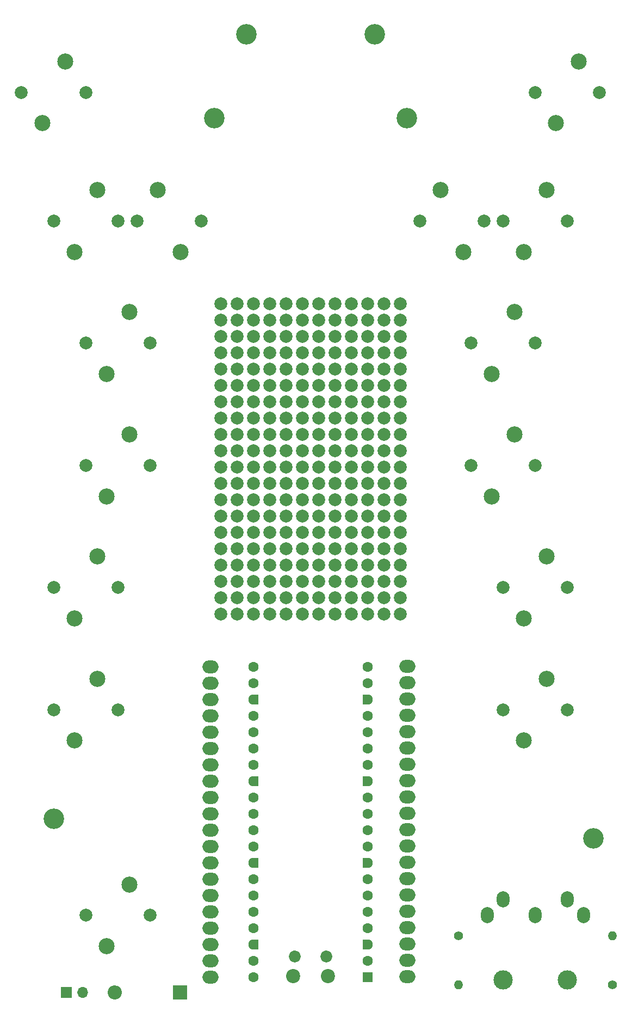
<source format=gbs>
%TF.GenerationSoftware,KiCad,Pcbnew,9.0.0*%
%TF.CreationDate,2025-03-20T00:14:52+10:00*%
%TF.ProjectId,PicoSax,5069636f-5361-4782-9e6b-696361645f70,rev?*%
%TF.SameCoordinates,Original*%
%TF.FileFunction,Soldermask,Bot*%
%TF.FilePolarity,Negative*%
%FSLAX46Y46*%
G04 Gerber Fmt 4.6, Leading zero omitted, Abs format (unit mm)*
G04 Created by KiCad (PCBNEW 9.0.0) date 2025-03-20 00:14:52*
%MOMM*%
%LPD*%
G01*
G04 APERTURE LIST*
G04 Aperture macros list*
%AMRoundRect*
0 Rectangle with rounded corners*
0 $1 Rounding radius*
0 $2 $3 $4 $5 $6 $7 $8 $9 X,Y pos of 4 corners*
0 Add a 4 corners polygon primitive as box body*
4,1,4,$2,$3,$4,$5,$6,$7,$8,$9,$2,$3,0*
0 Add four circle primitives for the rounded corners*
1,1,$1+$1,$2,$3*
1,1,$1+$1,$4,$5*
1,1,$1+$1,$6,$7*
1,1,$1+$1,$8,$9*
0 Add four rect primitives between the rounded corners*
20,1,$1+$1,$2,$3,$4,$5,0*
20,1,$1+$1,$4,$5,$6,$7,0*
20,1,$1+$1,$6,$7,$8,$9,0*
20,1,$1+$1,$8,$9,$2,$3,0*%
%AMFreePoly0*
4,1,37,0.603843,0.796157,0.639018,0.796157,0.711114,0.766294,0.766294,0.711114,0.796157,0.639018,0.796157,0.603843,0.800000,0.600000,0.800000,-0.600000,0.796157,-0.603843,0.796157,-0.639018,0.766294,-0.711114,0.711114,-0.766294,0.639018,-0.796157,0.603843,-0.796157,0.600000,-0.800000,0.000000,-0.800000,0.000000,-0.796148,-0.078414,-0.796148,-0.232228,-0.765552,-0.377117,-0.705537,
-0.507515,-0.618408,-0.618408,-0.507515,-0.705537,-0.377117,-0.765552,-0.232228,-0.796148,-0.078414,-0.796148,0.078414,-0.765552,0.232228,-0.705537,0.377117,-0.618408,0.507515,-0.507515,0.618408,-0.377117,0.705537,-0.232228,0.765552,-0.078414,0.796148,0.000000,0.796148,0.000000,0.800000,0.600000,0.800000,0.603843,0.796157,0.603843,0.796157,$1*%
%AMFreePoly1*
4,1,37,0.000000,0.796148,0.078414,0.796148,0.232228,0.765552,0.377117,0.705537,0.507515,0.618408,0.618408,0.507515,0.705537,0.377117,0.765552,0.232228,0.796148,0.078414,0.796148,-0.078414,0.765552,-0.232228,0.705537,-0.377117,0.618408,-0.507515,0.507515,-0.618408,0.377117,-0.705537,0.232228,-0.765552,0.078414,-0.796148,0.000000,-0.796148,0.000000,-0.800000,-0.600000,-0.800000,
-0.603843,-0.796157,-0.639018,-0.796157,-0.711114,-0.766294,-0.766294,-0.711114,-0.796157,-0.639018,-0.796157,-0.603843,-0.800000,-0.600000,-0.800000,0.600000,-0.796157,0.603843,-0.796157,0.639018,-0.766294,0.711114,-0.711114,0.766294,-0.639018,0.796157,-0.603843,0.796157,-0.600000,0.800000,0.000000,0.800000,0.000000,0.796148,0.000000,0.796148,$1*%
G04 Aperture macros list end*
%ADD10C,1.400000*%
%ADD11O,1.400000X1.400000*%
%ADD12C,2.000000*%
%ADD13C,2.500000*%
%ADD14C,3.200000*%
%ADD15C,2.200000*%
%ADD16C,1.850000*%
%ADD17RoundRect,0.200000X0.600000X0.600000X-0.600000X0.600000X-0.600000X-0.600000X0.600000X-0.600000X0*%
%ADD18C,1.600000*%
%ADD19FreePoly0,180.000000*%
%ADD20FreePoly1,180.000000*%
%ADD21O,2.500000X2.000000*%
%ADD22C,3.000000*%
%ADD23O,2.000000X2.500000*%
%ADD24R,1.700000X1.700000*%
%ADD25O,1.700000X1.700000*%
%ADD26R,2.200000X2.200000*%
%ADD27O,2.200000X2.200000*%
G04 APERTURE END LIST*
D10*
%TO.C,R17*%
X123000000Y-198190000D03*
D11*
X123000000Y-205810000D03*
%TD*%
D12*
%TO.C,SWE1*%
X65000000Y-106000000D03*
X75000000Y-106000000D03*
D13*
X68225000Y-110810000D03*
X71775000Y-101190000D03*
%TD*%
D14*
%TO.C,M4*%
X115000000Y-71000000D03*
%TD*%
D15*
%TO.C,A1*%
X102725000Y-204462500D03*
D16*
X102425000Y-201432500D03*
X97575000Y-201432500D03*
D15*
X97275000Y-204462500D03*
D17*
X108890000Y-204592500D03*
D18*
X108890000Y-202052500D03*
D19*
X108890000Y-199512500D03*
D18*
X108890000Y-196972500D03*
X108890000Y-194432500D03*
X108890000Y-191892500D03*
X108890000Y-189352500D03*
D19*
X108890000Y-186812500D03*
D18*
X108890000Y-184272500D03*
X108890000Y-181732500D03*
X108890000Y-179192500D03*
X108890000Y-176652500D03*
D19*
X108890000Y-174112500D03*
D18*
X108890000Y-171572500D03*
X108890000Y-169032500D03*
X108890000Y-166492500D03*
X108890000Y-163952500D03*
D19*
X108890000Y-161412500D03*
D18*
X108890000Y-158872500D03*
X108890000Y-156332500D03*
X91110000Y-156332500D03*
X91110000Y-158872500D03*
D20*
X91110000Y-161412500D03*
D18*
X91110000Y-163952500D03*
X91110000Y-166492500D03*
X91110000Y-169032500D03*
X91110000Y-171572500D03*
D20*
X91110000Y-174112500D03*
D18*
X91110000Y-176652500D03*
X91110000Y-179192500D03*
X91110000Y-181732500D03*
X91110000Y-184272500D03*
D20*
X91110000Y-186812500D03*
D18*
X91110000Y-189352500D03*
X91110000Y-191892500D03*
X91110000Y-194432500D03*
X91110000Y-196972500D03*
D20*
X91110000Y-199512500D03*
D18*
X91110000Y-202052500D03*
X91110000Y-204592500D03*
%TD*%
D12*
%TO.C,SWDup1*%
X135000000Y-67000000D03*
X145000000Y-67000000D03*
D13*
X138225000Y-71810000D03*
X141775000Y-62190000D03*
%TD*%
D12*
%TO.C,U1*%
X86030000Y-99870000D03*
X86030000Y-102410000D03*
X86030000Y-104950000D03*
X86030000Y-107490000D03*
X86030000Y-110030000D03*
X86030000Y-112570000D03*
X86030000Y-115110000D03*
X86030000Y-117650000D03*
X86030000Y-120190000D03*
X86030000Y-122730000D03*
X86030000Y-125270000D03*
X86030000Y-127810000D03*
X86030000Y-130350000D03*
X86030000Y-132890000D03*
X86030000Y-135430000D03*
X86030000Y-137970000D03*
X86030000Y-140510000D03*
X86030000Y-143050000D03*
X86030000Y-145590000D03*
X86030000Y-148130000D03*
X88570000Y-99870000D03*
X88570000Y-102410000D03*
X88570000Y-104950000D03*
X88570000Y-107490000D03*
X88570000Y-110030000D03*
X88570000Y-112570000D03*
X88570000Y-115110000D03*
X88570000Y-117650000D03*
X88570000Y-120190000D03*
X88570000Y-122730000D03*
X88570000Y-125270000D03*
X88570000Y-127810000D03*
X88570000Y-130350000D03*
X88570000Y-132890000D03*
X88570000Y-135430000D03*
X88570000Y-137970000D03*
X88570000Y-140510000D03*
X88570000Y-143050000D03*
X88570000Y-145590000D03*
X88570000Y-148130000D03*
X91110000Y-99870000D03*
X91110000Y-102410000D03*
X91110000Y-104950000D03*
X91110000Y-107490000D03*
X91110000Y-110030000D03*
X91110000Y-112570000D03*
X91110000Y-115110000D03*
X91110000Y-117650000D03*
X91110000Y-120190000D03*
X91110000Y-122730000D03*
X91110000Y-125270000D03*
X91110000Y-127810000D03*
X91110000Y-130350000D03*
X91110000Y-132890000D03*
X91110000Y-135430000D03*
X91110000Y-137970000D03*
X91110000Y-140510000D03*
X91110000Y-143050000D03*
X91110000Y-145590000D03*
X91110000Y-148130000D03*
X93650000Y-99870000D03*
X93650000Y-102410000D03*
X93650000Y-104950000D03*
X93650000Y-107490000D03*
X93650000Y-110030000D03*
X93650000Y-112570000D03*
X93650000Y-115110000D03*
X93650000Y-117650000D03*
X93650000Y-120190000D03*
X93650000Y-122730000D03*
X93650000Y-125270000D03*
X93650000Y-127810000D03*
X93650000Y-130350000D03*
X93650000Y-132890000D03*
X93650000Y-135430000D03*
X93650000Y-137970000D03*
X93650000Y-140510000D03*
X93650000Y-143050000D03*
X93650000Y-145590000D03*
X93650000Y-148130000D03*
X96190000Y-99870000D03*
X96190000Y-102410000D03*
X96190000Y-104950000D03*
X96190000Y-107490000D03*
X96190000Y-110030000D03*
X96190000Y-112570000D03*
X96190000Y-115110000D03*
X96190000Y-117650000D03*
X96190000Y-120190000D03*
X96190000Y-122730000D03*
X96190000Y-125270000D03*
X96190000Y-127810000D03*
X96190000Y-130350000D03*
X96190000Y-132890000D03*
X96190000Y-135430000D03*
X96190000Y-137970000D03*
X96190000Y-140510000D03*
X96190000Y-143050000D03*
X96190000Y-145590000D03*
X96190000Y-148130000D03*
X98730000Y-99870000D03*
X98730000Y-102410000D03*
X98730000Y-104950000D03*
X98730000Y-107490000D03*
X98730000Y-110030000D03*
X98730000Y-112570000D03*
X98730000Y-115110000D03*
X98730000Y-117650000D03*
X98730000Y-120190000D03*
X98730000Y-122730000D03*
X98730000Y-125270000D03*
X98730000Y-127810000D03*
X98730000Y-130350000D03*
X98730000Y-132890000D03*
X98730000Y-135430000D03*
X98730000Y-137970000D03*
X98730000Y-140510000D03*
X98730000Y-143050000D03*
X98730000Y-145590000D03*
X98730000Y-148130000D03*
X101270000Y-99870000D03*
X101270000Y-102410000D03*
X101270000Y-104950000D03*
X101270000Y-107490000D03*
X101270000Y-110030000D03*
X101270000Y-112570000D03*
X101270000Y-115110000D03*
X101270000Y-117650000D03*
X101270000Y-120190000D03*
X101270000Y-122730000D03*
X101270000Y-125270000D03*
X101270000Y-127810000D03*
X101270000Y-130350000D03*
X101270000Y-132890000D03*
X101270000Y-135430000D03*
X101270000Y-137970000D03*
X101270000Y-140510000D03*
X101270000Y-143050000D03*
X101270000Y-145590000D03*
X101270000Y-148130000D03*
X103810000Y-99870000D03*
X103810000Y-102410000D03*
X103810000Y-104950000D03*
X103810000Y-107490000D03*
X103810000Y-110030000D03*
X103810000Y-112570000D03*
X103810000Y-115110000D03*
X103810000Y-117650000D03*
X103810000Y-120190000D03*
X103810000Y-122730000D03*
X103810000Y-125270000D03*
X103810000Y-127810000D03*
X103810000Y-130350000D03*
X103810000Y-132890000D03*
X103810000Y-135430000D03*
X103810000Y-137970000D03*
X103810000Y-140510000D03*
X103810000Y-143050000D03*
X103810000Y-145590000D03*
X103810000Y-148130000D03*
X106350000Y-99870000D03*
X106350000Y-102410000D03*
X106350000Y-104950000D03*
X106350000Y-107490000D03*
X106350000Y-110030000D03*
X106350000Y-112570000D03*
X106350000Y-115110000D03*
X106350000Y-117650000D03*
X106350000Y-120190000D03*
X106350000Y-122730000D03*
X106350000Y-125270000D03*
X106350000Y-127810000D03*
X106350000Y-130350000D03*
X106350000Y-132890000D03*
X106350000Y-135430000D03*
X106350000Y-137970000D03*
X106350000Y-140510000D03*
X106350000Y-143050000D03*
X106350000Y-145590000D03*
X106350000Y-148130000D03*
X108890000Y-99870000D03*
X108890000Y-102410000D03*
X108890000Y-104950000D03*
X108890000Y-107490000D03*
X108890000Y-110030000D03*
X108890000Y-112570000D03*
X108890000Y-115110000D03*
X108890000Y-117650000D03*
X108890000Y-120190000D03*
X108890000Y-122730000D03*
X108890000Y-125270000D03*
X108890000Y-127810000D03*
X108890000Y-130350000D03*
X108890000Y-132890000D03*
X108890000Y-135430000D03*
X108890000Y-137970000D03*
X108890000Y-140510000D03*
X108890000Y-143050000D03*
X108890000Y-145590000D03*
X108890000Y-148130000D03*
X111430000Y-99870000D03*
X111430000Y-102410000D03*
X111430000Y-104950000D03*
X111430000Y-107490000D03*
X111430000Y-110030000D03*
X111430000Y-112570000D03*
X111430000Y-115110000D03*
X111430000Y-117650000D03*
X111430000Y-120190000D03*
X111430000Y-122730000D03*
X111430000Y-125270000D03*
X111430000Y-127810000D03*
X111430000Y-130350000D03*
X111430000Y-132890000D03*
X111430000Y-135430000D03*
X111430000Y-137970000D03*
X111430000Y-140510000D03*
X111430000Y-143050000D03*
X111430000Y-145590000D03*
X111430000Y-148130000D03*
X113970000Y-99870000D03*
X113970000Y-102410000D03*
X113970000Y-104950000D03*
X113970000Y-107490000D03*
X113970000Y-110030000D03*
X113970000Y-112570000D03*
X113970000Y-115110000D03*
X113970000Y-117650000D03*
X113970000Y-120190000D03*
X113970000Y-122730000D03*
X113970000Y-125270000D03*
X113970000Y-127810000D03*
X113970000Y-130350000D03*
X113970000Y-132890000D03*
X113970000Y-135430000D03*
X113970000Y-137970000D03*
X113970000Y-140510000D03*
X113970000Y-143050000D03*
X113970000Y-145590000D03*
X113970000Y-148130000D03*
%TD*%
%TO.C,SWA1*%
X135000000Y-106000000D03*
X125000000Y-106000000D03*
D13*
X131775000Y-101190000D03*
X128225000Y-110810000D03*
%TD*%
D14*
%TO.C,M3*%
X85000000Y-71000000D03*
%TD*%
%TO.C,M5*%
X60000000Y-180000000D03*
%TD*%
D12*
%TO.C,SWGs1*%
X140000000Y-144000000D03*
X130000000Y-144000000D03*
D13*
X136775000Y-139190000D03*
X133225000Y-148810000D03*
%TD*%
D14*
%TO.C,M2*%
X110000000Y-58000000D03*
%TD*%
D12*
%TO.C,SWCTRL1*%
X65000000Y-195000000D03*
X75000000Y-195000000D03*
D13*
X68225000Y-199810000D03*
X71775000Y-190190000D03*
%TD*%
D12*
%TO.C,SWF1*%
X60000000Y-87000000D03*
X70000000Y-87000000D03*
D13*
X63225000Y-91810000D03*
X66775000Y-82190000D03*
%TD*%
D12*
%TO.C,SWSPR1*%
X140000000Y-163000000D03*
X130000000Y-163000000D03*
D13*
X136775000Y-158190000D03*
X133225000Y-167810000D03*
%TD*%
D14*
%TO.C,M6*%
X144000000Y-183000000D03*
%TD*%
D12*
%TO.C,SWC1*%
X60000000Y-163000000D03*
X70000000Y-163000000D03*
D13*
X63225000Y-167810000D03*
X66775000Y-158190000D03*
%TD*%
D21*
%TO.C,J4*%
X84400000Y-156382500D03*
X84400000Y-158922500D03*
X84400000Y-161462500D03*
X84400000Y-164002500D03*
X84400000Y-166542500D03*
X84400000Y-169082500D03*
X84400000Y-171622500D03*
X84400000Y-174162500D03*
X84400000Y-176702500D03*
X84400000Y-179242500D03*
X84400000Y-181782500D03*
X84400000Y-184322500D03*
X84400000Y-186862500D03*
X84400000Y-189402500D03*
X84400000Y-191942500D03*
X84400000Y-194482500D03*
X84400000Y-197022500D03*
X84400000Y-199562500D03*
X84400000Y-202102500D03*
X84400000Y-204642500D03*
%TD*%
D12*
%TO.C,SWB1*%
X140000000Y-87000000D03*
X130000000Y-87000000D03*
D13*
X136775000Y-82190000D03*
X133225000Y-91810000D03*
%TD*%
D10*
%TO.C,R16*%
X147000000Y-205810000D03*
D11*
X147000000Y-198190000D03*
%TD*%
D22*
%TO.C,J2*%
X130000000Y-205000000D03*
X140000000Y-205000000D03*
D23*
X142500000Y-195000000D03*
X135000000Y-195000000D03*
X127500000Y-195000000D03*
X140000000Y-192500000D03*
X130000000Y-192500000D03*
%TD*%
D12*
%TO.C,SWEb1*%
X60000000Y-144000000D03*
X70000000Y-144000000D03*
D13*
X63225000Y-148810000D03*
X66775000Y-139190000D03*
%TD*%
D12*
%TO.C,SWG1*%
X135000000Y-125000000D03*
X125000000Y-125000000D03*
D13*
X131775000Y-120190000D03*
X128225000Y-129810000D03*
%TD*%
D14*
%TO.C,M1*%
X90000000Y-58000000D03*
%TD*%
D12*
%TO.C,SWBb1*%
X55000000Y-67000000D03*
X65000000Y-67000000D03*
D13*
X58225000Y-71810000D03*
X61775000Y-62190000D03*
%TD*%
D21*
%TO.C,J1*%
X115100000Y-204542500D03*
X115100000Y-202002500D03*
X115100000Y-199462500D03*
X115100000Y-196922500D03*
X115100000Y-194382500D03*
X115100000Y-191842500D03*
X115100000Y-189302500D03*
X115100000Y-186762500D03*
X115100000Y-184222500D03*
X115100000Y-181682500D03*
X115100000Y-179142500D03*
X115100000Y-176602500D03*
X115100000Y-174062500D03*
X115100000Y-171522500D03*
X115100000Y-168982500D03*
X115100000Y-166442500D03*
X115100000Y-163902500D03*
X115100000Y-161362500D03*
X115100000Y-158822500D03*
X115100000Y-156282500D03*
%TD*%
D12*
%TO.C,SWD1*%
X65000000Y-125000000D03*
X75000000Y-125000000D03*
D13*
X68225000Y-129810000D03*
X71775000Y-120190000D03*
%TD*%
D12*
%TO.C,SW8va1*%
X117000000Y-87000000D03*
X127000000Y-87000000D03*
D13*
X120225000Y-82190000D03*
X123775000Y-91810000D03*
%TD*%
D24*
%TO.C,J3*%
X62000000Y-207000000D03*
D25*
X64540000Y-207000000D03*
%TD*%
D12*
%TO.C,SW8vb1*%
X83000000Y-87000000D03*
X73000000Y-87000000D03*
D13*
X79775000Y-91810000D03*
X76225000Y-82190000D03*
%TD*%
D26*
%TO.C,D1*%
X79710000Y-207000000D03*
D27*
X69550000Y-207000000D03*
%TD*%
M02*

</source>
